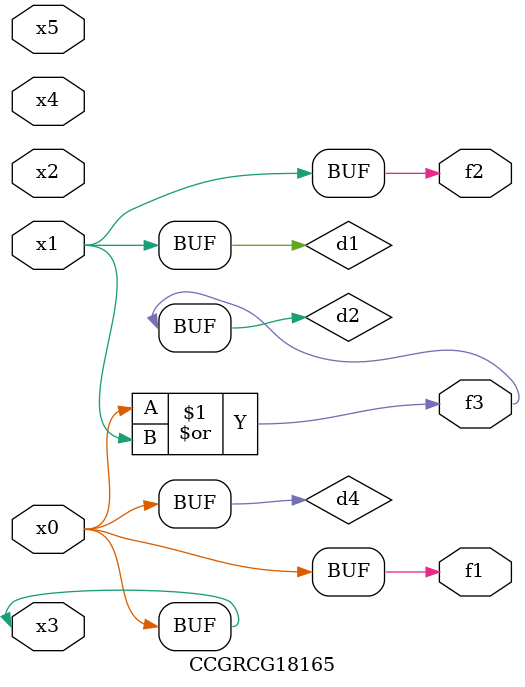
<source format=v>
module CCGRCG18165(
	input x0, x1, x2, x3, x4, x5,
	output f1, f2, f3
);

	wire d1, d2, d3, d4;

	and (d1, x1);
	or (d2, x0, x1);
	nand (d3, x0, x5);
	buf (d4, x0, x3);
	assign f1 = d4;
	assign f2 = d1;
	assign f3 = d2;
endmodule

</source>
